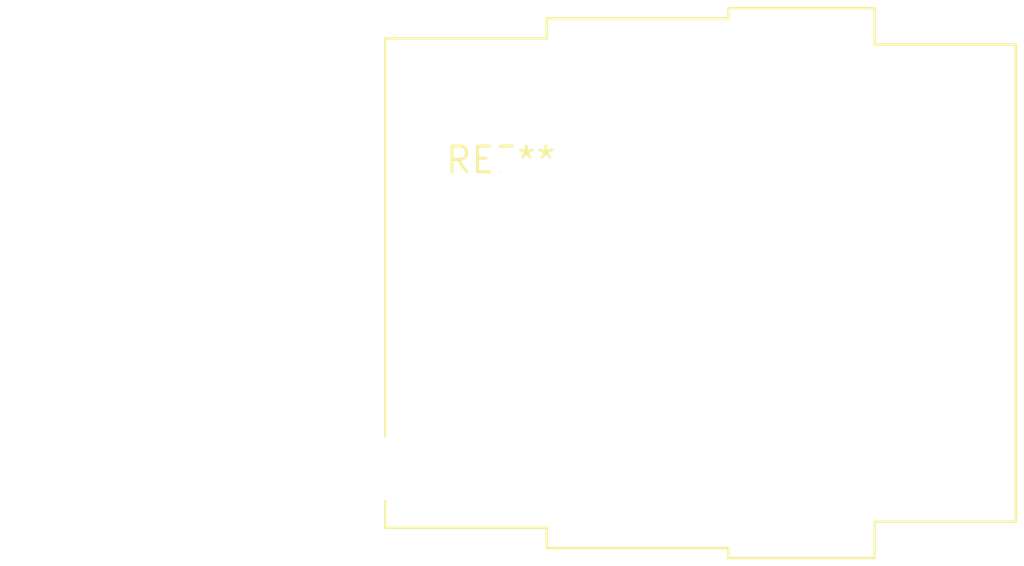
<source format=kicad_pcb>
(kicad_pcb (version 20240108) (generator pcbnew)
  (layers (0 "F.Cu" signal) (31 "B.Cu" signal) (34 "B.Paste" user) (35 "F.Paste" user) (36 "B.SilkS" user "B.Silkscreen") (37 "F.SilkS" user "F.Silkscreen") (38 "B.Mask" user) (39 "F.Mask" user) (44 "Edge.Cuts" user))
  (net 0 "")
  (footprint "Jack_XLR-6.35mm_Neutrik_NCJ6FI-H-0_Horizontal" (layer "F.Cu") (at 0 0)
    (property "Reference" "REF**")
    (property "Value" "Jack_XLR-6.35mm_Neutrik_NCJ6FI-H-0_Horizontal")
    (fp_line (start -5.72 -6.02) (end -5.72 13.7) (layer "F.SilkS") (stroke (width 0.12)))
    (fp_line (start -5.72 16.9) (end -5.72 18.22) (layer "F.SilkS") (stroke (width 0.12)))
    (fp_line (start 2.28 -7.02) (end 2.28 -6.02) (layer "F.SilkS") (stroke (width 0.12)))
    (fp_line (start 2.28 -6.02) (end -5.72 -6.02) (layer "F.SilkS") (stroke (width 0.12)))
    (fp_line (start 2.28 18.22) (end -5.72 18.22) (layer "F.SilkS") (stroke (width 0.12)))
    (fp_line (start 2.28 19.22) (end 2.28 18.22) (layer "F.SilkS") (stroke (width 0.12)))
    (fp_line (start 11.28 -7.02) (end 2.28 -7.02) (layer "F.SilkS") (stroke (width 0.12)))
    (fp_line (start 11.28 -7.02) (end 11.28 -7.52) (layer "F.SilkS") (stroke (width 0.12)))
    (fp_line (start 11.28 19.22) (end 2.28 19.22) (layer "F.SilkS") (stroke (width 0.12)))
    (fp_line (start 11.28 19.72) (end 11.28 19.22) (layer "F.SilkS") (stroke (width 0.12)))
    (fp_line (start 18.52 -7.52) (end 11.28 -7.52) (layer "F.SilkS") (stroke (width 0.12)))
    (fp_line (start 18.52 -7.52) (end 18.52 -5.72) (layer "F.SilkS") (stroke (width 0.12)))
    (fp_line (start 18.52 -5.72) (end 25.52 -5.72) (layer "F.SilkS") (stroke (width 0.12)))
    (fp_line (start 18.52 17.92) (end 18.52 19.72) (layer "F.SilkS") (stroke (width 0.12)))
    (fp_line (start 18.52 17.92) (end 25.52 17.92) (layer "F.SilkS") (stroke (width 0.12)))
    (fp_line (start 18.52 19.72) (end 11.28 19.72) (layer "F.SilkS") (stroke (width 0.12)))
    (fp_line (start 25.52 -5.72) (end 25.52 17.92) (layer "F.SilkS") (stroke (width 0.12)))
    (pad "" np_thru_hole circle (at 11.4 2.1) (size 2.1 2.1) (drill 2.1) (layers *.Cu *.Mask))
    (pad "1" thru_hole circle (at 0 0) (size 2.9 2.9) (drill 1.2) (layers *.Cu *.Mask) (remove_unused_layers))
    (pad "2" thru_hole circle (at 0 12.2) (size 2.9 2.9) (drill 1.2) (layers *.Cu *.Mask) (remove_unused_layers))
    (pad "3" thru_hole circle (at 0 6.1) (size 2.9 2.9) (drill 1.2) (layers *.Cu *.Mask) (remove_unused_layers))
    (pad "G" thru_hole circle (at 7.3 6.1) (size 2.9 2.9) (drill 1.2) (layers *.Cu *.Mask) (remove_unused_layers))
    (pad "R" thru_hole circle (at 3.9 0.9) (size 2.9 2.9) (drill 1.2) (layers *.Cu *.Mask) (remove_unused_layers))
    (pad "S" thru_hole circle (at 7.3 11.3) (size 2.9 2.9) (drill 1.2) (layers *.Cu *.Mask) (remove_unused_layers))
    (pad "T" thru_hole circle (at -6.6 15.3) (size 2.9 2.9) (drill 1.2) (layers *.Cu *.Mask) (remove_unused_layers))
  )
)
</source>
